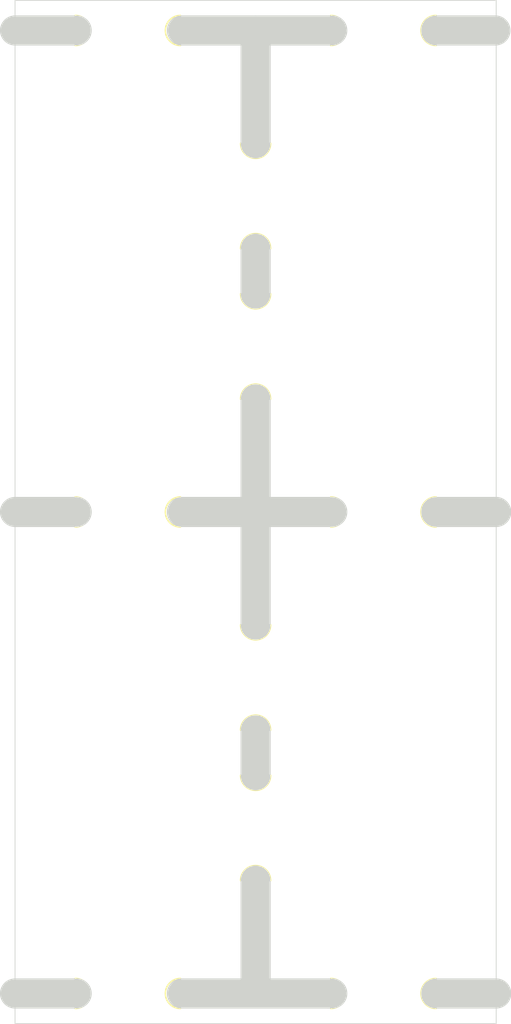
<source format=kicad_pcb>
(kicad_pcb (version 20171130) (host pcbnew "(5.1.2)-1")

  (general
    (thickness 1.6)
    (drawings 34)
    (tracks 0)
    (zones 0)
    (modules 10)
    (nets 1)
  )

  (page A4)
  (layers
    (0 F.Cu signal)
    (31 B.Cu signal)
    (32 B.Adhes user)
    (33 F.Adhes user)
    (34 B.Paste user)
    (35 F.Paste user)
    (36 B.SilkS user)
    (37 F.SilkS user)
    (38 B.Mask user)
    (39 F.Mask user)
    (40 Dwgs.User user)
    (41 Cmts.User user)
    (42 Eco1.User user)
    (43 Eco2.User user)
    (44 Edge.Cuts user)
    (45 Margin user)
    (46 B.CrtYd user)
    (47 F.CrtYd user)
    (48 B.Fab user)
    (49 F.Fab user)
  )

  (setup
    (last_trace_width 0.25)
    (trace_clearance 0.2)
    (zone_clearance 0.508)
    (zone_45_only no)
    (trace_min 0.2)
    (via_size 0.8)
    (via_drill 0.4)
    (via_min_size 0.4)
    (via_min_drill 0.3)
    (uvia_size 0.3)
    (uvia_drill 0.1)
    (uvias_allowed no)
    (uvia_min_size 0.2)
    (uvia_min_drill 0.1)
    (edge_width 0.05)
    (segment_width 0.2)
    (pcb_text_width 0.3)
    (pcb_text_size 1.5 1.5)
    (mod_edge_width 0.12)
    (mod_text_size 1 1)
    (mod_text_width 0.15)
    (pad_size 1.524 1.524)
    (pad_drill 0.762)
    (pad_to_mask_clearance 0.051)
    (solder_mask_min_width 0.25)
    (aux_axis_origin 0 0)
    (grid_origin 40 72)
    (visible_elements 7FFFFFFF)
    (pcbplotparams
      (layerselection 0x010fc_ffffffff)
      (usegerberextensions false)
      (usegerberattributes false)
      (usegerberadvancedattributes false)
      (creategerberjobfile false)
      (excludeedgelayer true)
      (linewidth 0.100000)
      (plotframeref false)
      (viasonmask false)
      (mode 1)
      (useauxorigin false)
      (hpglpennumber 1)
      (hpglpenspeed 20)
      (hpglpendiameter 15.000000)
      (psnegative false)
      (psa4output false)
      (plotreference true)
      (plotvalue true)
      (plotinvisibletext false)
      (padsonsilk false)
      (subtractmaskfromsilk false)
      (outputformat 1)
      (mirror false)
      (drillshape 1)
      (scaleselection 1)
      (outputdirectory ""))
  )

  (net 0 "")

  (net_class Default "This is the default net class."
    (clearance 0.2)
    (trace_width 0.25)
    (via_dia 0.8)
    (via_drill 0.4)
    (uvia_dia 0.3)
    (uvia_drill 0.1)
  )

  (module panel:mouse-bite-2mm-slot (layer F.Cu) (tedit 5E7CC324) (tstamp 5E77B89F)
    (at 64.5 103 180)
    (fp_text reference mouse-bite-2mm-slot (at 0 -2) (layer F.SilkS) hide
      (effects (font (size 1 1) (thickness 0.2)))
    )
    (fp_text value VAL** (at 0 2.1) (layer F.SilkS) hide
      (effects (font (size 1 1) (thickness 0.2)))
    )
    (fp_line (start 3.5 0) (end 3.5 0) (layer Eco1.User) (width 2))
    (fp_line (start -3.5 0) (end -3.5 0) (layer Eco1.User) (width 2))
    (fp_circle (center -3.5 0) (end -3.44 0) (layer Dwgs.User) (width 0.05))
    (fp_circle (center 3.5 0) (end 3.56 0) (layer Dwgs.User) (width 0.05))
    (fp_arc (start 3.5 0) (end 3.5 1) (angle 180) (layer F.SilkS) (width 0.1))
    (fp_arc (start -3.5 0) (end -3.5 -1) (angle 180) (layer F.SilkS) (width 0.1))
    (pad "" np_thru_hole circle (at 2.2 -0.75 180) (size 0.5 0.5) (drill 0.5) (layers *.Cu *.Mask))
    (pad "" np_thru_hole circle (at 2.2 0.75 180) (size 0.5 0.5) (drill 0.5) (layers *.Cu *.Mask))
    (pad "" np_thru_hole circle (at -2.2 0.75 180) (size 0.5 0.5) (drill 0.5) (layers *.Cu *.Mask))
    (pad "" np_thru_hole circle (at -2.2 -0.7 180) (size 0.5 0.5) (drill 0.5) (layers *.Cu *.Mask))
    (pad "" np_thru_hole circle (at 1.5 0.75 180) (size 0.5 0.5) (drill 0.5) (layers *.Cu *.Mask))
    (pad "" np_thru_hole circle (at 1.5 -0.75 180) (size 0.5 0.5) (drill 0.5) (layers *.Cu *.Mask))
    (pad "" np_thru_hole circle (at -1.5 -0.7 180) (size 0.5 0.5) (drill 0.5) (layers *.Cu *.Mask))
    (pad "" np_thru_hole circle (at -1.5 0.75 180) (size 0.5 0.5) (drill 0.5) (layers *.Cu *.Mask))
    (pad "" np_thru_hole circle (at 0.75 0.75 180) (size 0.5 0.5) (drill 0.5) (layers *.Cu *.Mask))
    (pad "" np_thru_hole circle (at -0.75 0.75 180) (size 0.5 0.5) (drill 0.5) (layers *.Cu *.Mask))
    (pad "" np_thru_hole circle (at -0.75 -0.75 180) (size 0.5 0.5) (drill 0.5) (layers *.Cu *.Mask))
    (pad "" np_thru_hole circle (at 0.75 -0.75 180) (size 0.5 0.5) (drill 0.5) (layers *.Cu *.Mask))
    (pad "" np_thru_hole circle (at 0 0.75 180) (size 0.5 0.5) (drill 0.5) (layers *.Cu *.Mask))
    (pad "" np_thru_hole circle (at 0 -0.75 180) (size 0.5 0.5) (drill 0.5) (layers *.Cu *.Mask))
  )

  (module panel:mouse-bite-2mm-slot (layer F.Cu) (tedit 5E7CC324) (tstamp 5E77B503)
    (at 47.5 39)
    (fp_text reference mouse-bite-2mm-slot (at 0 -2) (layer F.SilkS) hide
      (effects (font (size 1 1) (thickness 0.2)))
    )
    (fp_text value VAL** (at 0 2.1) (layer F.SilkS) hide
      (effects (font (size 1 1) (thickness 0.2)))
    )
    (fp_line (start 3.5 0) (end 3.5 0) (layer Eco1.User) (width 2))
    (fp_line (start -3.5 0) (end -3.5 0) (layer Eco1.User) (width 2))
    (fp_circle (center -3.5 0) (end -3.44 0) (layer Dwgs.User) (width 0.05))
    (fp_circle (center 3.5 0) (end 3.56 0) (layer Dwgs.User) (width 0.05))
    (fp_arc (start 3.5 0) (end 3.5 1) (angle 180) (layer F.SilkS) (width 0.1))
    (fp_arc (start -3.5 0) (end -3.5 -1) (angle 180) (layer F.SilkS) (width 0.1))
    (pad "" np_thru_hole circle (at 2.2 -0.75) (size 0.5 0.5) (drill 0.5) (layers *.Cu *.Mask))
    (pad "" np_thru_hole circle (at 2.2 0.75) (size 0.5 0.5) (drill 0.5) (layers *.Cu *.Mask))
    (pad "" np_thru_hole circle (at -2.2 0.75) (size 0.5 0.5) (drill 0.5) (layers *.Cu *.Mask))
    (pad "" np_thru_hole circle (at -2.2 -0.7) (size 0.5 0.5) (drill 0.5) (layers *.Cu *.Mask))
    (pad "" np_thru_hole circle (at 1.5 0.75) (size 0.5 0.5) (drill 0.5) (layers *.Cu *.Mask))
    (pad "" np_thru_hole circle (at 1.5 -0.75) (size 0.5 0.5) (drill 0.5) (layers *.Cu *.Mask))
    (pad "" np_thru_hole circle (at -1.5 -0.7) (size 0.5 0.5) (drill 0.5) (layers *.Cu *.Mask))
    (pad "" np_thru_hole circle (at -1.5 0.75) (size 0.5 0.5) (drill 0.5) (layers *.Cu *.Mask))
    (pad "" np_thru_hole circle (at 0.75 0.75) (size 0.5 0.5) (drill 0.5) (layers *.Cu *.Mask))
    (pad "" np_thru_hole circle (at -0.75 0.75) (size 0.5 0.5) (drill 0.5) (layers *.Cu *.Mask))
    (pad "" np_thru_hole circle (at -0.75 -0.75) (size 0.5 0.5) (drill 0.5) (layers *.Cu *.Mask))
    (pad "" np_thru_hole circle (at 0.75 -0.75) (size 0.5 0.5) (drill 0.5) (layers *.Cu *.Mask))
    (pad "" np_thru_hole circle (at 0 0.75) (size 0.5 0.5) (drill 0.5) (layers *.Cu *.Mask))
    (pad "" np_thru_hole circle (at 0 -0.75) (size 0.5 0.5) (drill 0.5) (layers *.Cu *.Mask))
  )

  (module panel:mouse-bite-2mm-slot (layer F.Cu) (tedit 5E7CC324) (tstamp 5E77B49A)
    (at 47.5 103 180)
    (fp_text reference mouse-bite-2mm-slot (at 0 -2) (layer F.SilkS) hide
      (effects (font (size 1 1) (thickness 0.2)))
    )
    (fp_text value VAL** (at 0 2.1) (layer F.SilkS) hide
      (effects (font (size 1 1) (thickness 0.2)))
    )
    (fp_line (start 3.5 0) (end 3.5 0) (layer Eco1.User) (width 2))
    (fp_line (start -3.5 0) (end -3.5 0) (layer Eco1.User) (width 2))
    (fp_circle (center -3.5 0) (end -3.44 0) (layer Dwgs.User) (width 0.05))
    (fp_circle (center 3.5 0) (end 3.56 0) (layer Dwgs.User) (width 0.05))
    (fp_arc (start 3.5 0) (end 3.5 1) (angle 180) (layer F.SilkS) (width 0.1))
    (fp_arc (start -3.5 0) (end -3.5 -1) (angle 180) (layer F.SilkS) (width 0.1))
    (pad "" np_thru_hole circle (at 2.2 -0.75 180) (size 0.5 0.5) (drill 0.5) (layers *.Cu *.Mask))
    (pad "" np_thru_hole circle (at 2.2 0.75 180) (size 0.5 0.5) (drill 0.5) (layers *.Cu *.Mask))
    (pad "" np_thru_hole circle (at -2.2 0.75 180) (size 0.5 0.5) (drill 0.5) (layers *.Cu *.Mask))
    (pad "" np_thru_hole circle (at -2.2 -0.7 180) (size 0.5 0.5) (drill 0.5) (layers *.Cu *.Mask))
    (pad "" np_thru_hole circle (at 1.5 0.75 180) (size 0.5 0.5) (drill 0.5) (layers *.Cu *.Mask))
    (pad "" np_thru_hole circle (at 1.5 -0.75 180) (size 0.5 0.5) (drill 0.5) (layers *.Cu *.Mask))
    (pad "" np_thru_hole circle (at -1.5 -0.7 180) (size 0.5 0.5) (drill 0.5) (layers *.Cu *.Mask))
    (pad "" np_thru_hole circle (at -1.5 0.75 180) (size 0.5 0.5) (drill 0.5) (layers *.Cu *.Mask))
    (pad "" np_thru_hole circle (at 0.75 0.75 180) (size 0.5 0.5) (drill 0.5) (layers *.Cu *.Mask))
    (pad "" np_thru_hole circle (at -0.75 0.75 180) (size 0.5 0.5) (drill 0.5) (layers *.Cu *.Mask))
    (pad "" np_thru_hole circle (at -0.75 -0.75 180) (size 0.5 0.5) (drill 0.5) (layers *.Cu *.Mask))
    (pad "" np_thru_hole circle (at 0.75 -0.75 180) (size 0.5 0.5) (drill 0.5) (layers *.Cu *.Mask))
    (pad "" np_thru_hole circle (at 0 0.75 180) (size 0.5 0.5) (drill 0.5) (layers *.Cu *.Mask))
    (pad "" np_thru_hole circle (at 0 -0.75 180) (size 0.5 0.5) (drill 0.5) (layers *.Cu *.Mask))
  )

  (module panel:mouse-bite-2mm-slot (layer F.Cu) (tedit 5E7CC324) (tstamp 5E77B84C)
    (at 64.5 39 180)
    (fp_text reference mouse-bite-2mm-slot (at 0 -2) (layer F.SilkS) hide
      (effects (font (size 1 1) (thickness 0.2)))
    )
    (fp_text value VAL** (at 0 2.1) (layer F.SilkS) hide
      (effects (font (size 1 1) (thickness 0.2)))
    )
    (fp_line (start 3.5 0) (end 3.5 0) (layer Eco1.User) (width 2))
    (fp_line (start -3.5 0) (end -3.5 0) (layer Eco1.User) (width 2))
    (fp_circle (center -3.5 0) (end -3.44 0) (layer Dwgs.User) (width 0.05))
    (fp_circle (center 3.5 0) (end 3.56 0) (layer Dwgs.User) (width 0.05))
    (fp_arc (start 3.5 0) (end 3.5 1) (angle 180) (layer F.SilkS) (width 0.1))
    (fp_arc (start -3.5 0) (end -3.5 -1) (angle 180) (layer F.SilkS) (width 0.1))
    (pad "" np_thru_hole circle (at 2.2 -0.75 180) (size 0.5 0.5) (drill 0.5) (layers *.Cu *.Mask))
    (pad "" np_thru_hole circle (at 2.2 0.75 180) (size 0.5 0.5) (drill 0.5) (layers *.Cu *.Mask))
    (pad "" np_thru_hole circle (at -2.2 0.75 180) (size 0.5 0.5) (drill 0.5) (layers *.Cu *.Mask))
    (pad "" np_thru_hole circle (at -2.2 -0.7 180) (size 0.5 0.5) (drill 0.5) (layers *.Cu *.Mask))
    (pad "" np_thru_hole circle (at 1.5 0.75 180) (size 0.5 0.5) (drill 0.5) (layers *.Cu *.Mask))
    (pad "" np_thru_hole circle (at 1.5 -0.75 180) (size 0.5 0.5) (drill 0.5) (layers *.Cu *.Mask))
    (pad "" np_thru_hole circle (at -1.5 -0.7 180) (size 0.5 0.5) (drill 0.5) (layers *.Cu *.Mask))
    (pad "" np_thru_hole circle (at -1.5 0.75 180) (size 0.5 0.5) (drill 0.5) (layers *.Cu *.Mask))
    (pad "" np_thru_hole circle (at 0.75 0.75 180) (size 0.5 0.5) (drill 0.5) (layers *.Cu *.Mask))
    (pad "" np_thru_hole circle (at -0.75 0.75 180) (size 0.5 0.5) (drill 0.5) (layers *.Cu *.Mask))
    (pad "" np_thru_hole circle (at -0.75 -0.75 180) (size 0.5 0.5) (drill 0.5) (layers *.Cu *.Mask))
    (pad "" np_thru_hole circle (at 0.75 -0.75 180) (size 0.5 0.5) (drill 0.5) (layers *.Cu *.Mask))
    (pad "" np_thru_hole circle (at 0 0.75 180) (size 0.5 0.5) (drill 0.5) (layers *.Cu *.Mask))
    (pad "" np_thru_hole circle (at 0 -0.75 180) (size 0.5 0.5) (drill 0.5) (layers *.Cu *.Mask))
  )

  (module panel:mouse-bite-2mm-slot (layer F.Cu) (tedit 5E7CC324) (tstamp 5E77B29C)
    (at 56 50 90)
    (fp_text reference mouse-bite-2mm-slot (at 0 -2 90) (layer F.SilkS) hide
      (effects (font (size 1 1) (thickness 0.2)))
    )
    (fp_text value VAL** (at 0 2.1 90) (layer F.SilkS) hide
      (effects (font (size 1 1) (thickness 0.2)))
    )
    (fp_line (start 3.5 0) (end 3.5 0) (layer Eco1.User) (width 2))
    (fp_line (start -3.5 0) (end -3.5 0) (layer Eco1.User) (width 2))
    (fp_circle (center -3.5 0) (end -3.44 0) (layer Dwgs.User) (width 0.05))
    (fp_circle (center 3.5 0) (end 3.56 0) (layer Dwgs.User) (width 0.05))
    (fp_arc (start 3.5 0) (end 3.5 1) (angle 180) (layer F.SilkS) (width 0.1))
    (fp_arc (start -3.5 0) (end -3.5 -1) (angle 180) (layer F.SilkS) (width 0.1))
    (pad "" np_thru_hole circle (at 2.2 -0.75 90) (size 0.5 0.5) (drill 0.5) (layers *.Cu *.Mask))
    (pad "" np_thru_hole circle (at 2.2 0.75 90) (size 0.5 0.5) (drill 0.5) (layers *.Cu *.Mask))
    (pad "" np_thru_hole circle (at -2.2 0.75 90) (size 0.5 0.5) (drill 0.5) (layers *.Cu *.Mask))
    (pad "" np_thru_hole circle (at -2.2 -0.7 90) (size 0.5 0.5) (drill 0.5) (layers *.Cu *.Mask))
    (pad "" np_thru_hole circle (at 1.5 0.75 90) (size 0.5 0.5) (drill 0.5) (layers *.Cu *.Mask))
    (pad "" np_thru_hole circle (at 1.5 -0.75 90) (size 0.5 0.5) (drill 0.5) (layers *.Cu *.Mask))
    (pad "" np_thru_hole circle (at -1.5 -0.7 90) (size 0.5 0.5) (drill 0.5) (layers *.Cu *.Mask))
    (pad "" np_thru_hole circle (at -1.5 0.75 90) (size 0.5 0.5) (drill 0.5) (layers *.Cu *.Mask))
    (pad "" np_thru_hole circle (at 0.75 0.75 90) (size 0.5 0.5) (drill 0.5) (layers *.Cu *.Mask))
    (pad "" np_thru_hole circle (at -0.75 0.75 90) (size 0.5 0.5) (drill 0.5) (layers *.Cu *.Mask))
    (pad "" np_thru_hole circle (at -0.75 -0.75 90) (size 0.5 0.5) (drill 0.5) (layers *.Cu *.Mask))
    (pad "" np_thru_hole circle (at 0.75 -0.75 90) (size 0.5 0.5) (drill 0.5) (layers *.Cu *.Mask))
    (pad "" np_thru_hole circle (at 0 0.75 90) (size 0.5 0.5) (drill 0.5) (layers *.Cu *.Mask))
    (pad "" np_thru_hole circle (at 0 -0.75 90) (size 0.5 0.5) (drill 0.5) (layers *.Cu *.Mask))
  )

  (module panel:mouse-bite-2mm-slot (layer F.Cu) (tedit 5E7CC324) (tstamp 5E77B23E)
    (at 56 60 90)
    (fp_text reference mouse-bite-2mm-slot (at 0 -2 90) (layer F.SilkS) hide
      (effects (font (size 1 1) (thickness 0.2)))
    )
    (fp_text value VAL** (at 0 2.1 90) (layer F.SilkS) hide
      (effects (font (size 1 1) (thickness 0.2)))
    )
    (fp_line (start 3.5 0) (end 3.5 0) (layer Eco1.User) (width 2))
    (fp_line (start -3.5 0) (end -3.5 0) (layer Eco1.User) (width 2))
    (fp_circle (center -3.5 0) (end -3.44 0) (layer Dwgs.User) (width 0.05))
    (fp_circle (center 3.5 0) (end 3.56 0) (layer Dwgs.User) (width 0.05))
    (fp_arc (start 3.5 0) (end 3.5 1) (angle 180) (layer F.SilkS) (width 0.1))
    (fp_arc (start -3.5 0) (end -3.5 -1) (angle 180) (layer F.SilkS) (width 0.1))
    (pad "" np_thru_hole circle (at 2.2 -0.75 90) (size 0.5 0.5) (drill 0.5) (layers *.Cu *.Mask))
    (pad "" np_thru_hole circle (at 2.2 0.75 90) (size 0.5 0.5) (drill 0.5) (layers *.Cu *.Mask))
    (pad "" np_thru_hole circle (at -2.2 0.75 90) (size 0.5 0.5) (drill 0.5) (layers *.Cu *.Mask))
    (pad "" np_thru_hole circle (at -2.2 -0.7 90) (size 0.5 0.5) (drill 0.5) (layers *.Cu *.Mask))
    (pad "" np_thru_hole circle (at 1.5 0.75 90) (size 0.5 0.5) (drill 0.5) (layers *.Cu *.Mask))
    (pad "" np_thru_hole circle (at 1.5 -0.75 90) (size 0.5 0.5) (drill 0.5) (layers *.Cu *.Mask))
    (pad "" np_thru_hole circle (at -1.5 -0.7 90) (size 0.5 0.5) (drill 0.5) (layers *.Cu *.Mask))
    (pad "" np_thru_hole circle (at -1.5 0.75 90) (size 0.5 0.5) (drill 0.5) (layers *.Cu *.Mask))
    (pad "" np_thru_hole circle (at 0.75 0.75 90) (size 0.5 0.5) (drill 0.5) (layers *.Cu *.Mask))
    (pad "" np_thru_hole circle (at -0.75 0.75 90) (size 0.5 0.5) (drill 0.5) (layers *.Cu *.Mask))
    (pad "" np_thru_hole circle (at -0.75 -0.75 90) (size 0.5 0.5) (drill 0.5) (layers *.Cu *.Mask))
    (pad "" np_thru_hole circle (at 0.75 -0.75 90) (size 0.5 0.5) (drill 0.5) (layers *.Cu *.Mask))
    (pad "" np_thru_hole circle (at 0 0.75 90) (size 0.5 0.5) (drill 0.5) (layers *.Cu *.Mask))
    (pad "" np_thru_hole circle (at 0 -0.75 90) (size 0.5 0.5) (drill 0.5) (layers *.Cu *.Mask))
  )

  (module panel:mouse-bite-2mm-slot (layer F.Cu) (tedit 5E7CC324) (tstamp 5E779CFF)
    (at 56 92 90)
    (fp_text reference mouse-bite-2mm-slot (at 0 -2 90) (layer F.SilkS) hide
      (effects (font (size 1 1) (thickness 0.2)))
    )
    (fp_text value VAL** (at 0 2.1 90) (layer F.SilkS) hide
      (effects (font (size 1 1) (thickness 0.2)))
    )
    (fp_line (start 3.5 0) (end 3.5 0) (layer Eco1.User) (width 2))
    (fp_line (start -3.5 0) (end -3.5 0) (layer Eco1.User) (width 2))
    (fp_circle (center -3.5 0) (end -3.44 0) (layer Dwgs.User) (width 0.05))
    (fp_circle (center 3.5 0) (end 3.56 0) (layer Dwgs.User) (width 0.05))
    (fp_arc (start 3.5 0) (end 3.5 1) (angle 180) (layer F.SilkS) (width 0.1))
    (fp_arc (start -3.5 0) (end -3.5 -1) (angle 180) (layer F.SilkS) (width 0.1))
    (pad "" np_thru_hole circle (at 2.2 -0.75 90) (size 0.5 0.5) (drill 0.5) (layers *.Cu *.Mask))
    (pad "" np_thru_hole circle (at 2.2 0.75 90) (size 0.5 0.5) (drill 0.5) (layers *.Cu *.Mask))
    (pad "" np_thru_hole circle (at -2.2 0.75 90) (size 0.5 0.5) (drill 0.5) (layers *.Cu *.Mask))
    (pad "" np_thru_hole circle (at -2.2 -0.7 90) (size 0.5 0.5) (drill 0.5) (layers *.Cu *.Mask))
    (pad "" np_thru_hole circle (at 1.5 0.75 90) (size 0.5 0.5) (drill 0.5) (layers *.Cu *.Mask))
    (pad "" np_thru_hole circle (at 1.5 -0.75 90) (size 0.5 0.5) (drill 0.5) (layers *.Cu *.Mask))
    (pad "" np_thru_hole circle (at -1.5 -0.7 90) (size 0.5 0.5) (drill 0.5) (layers *.Cu *.Mask))
    (pad "" np_thru_hole circle (at -1.5 0.75 90) (size 0.5 0.5) (drill 0.5) (layers *.Cu *.Mask))
    (pad "" np_thru_hole circle (at 0.75 0.75 90) (size 0.5 0.5) (drill 0.5) (layers *.Cu *.Mask))
    (pad "" np_thru_hole circle (at -0.75 0.75 90) (size 0.5 0.5) (drill 0.5) (layers *.Cu *.Mask))
    (pad "" np_thru_hole circle (at -0.75 -0.75 90) (size 0.5 0.5) (drill 0.5) (layers *.Cu *.Mask))
    (pad "" np_thru_hole circle (at 0.75 -0.75 90) (size 0.5 0.5) (drill 0.5) (layers *.Cu *.Mask))
    (pad "" np_thru_hole circle (at 0 0.75 90) (size 0.5 0.5) (drill 0.5) (layers *.Cu *.Mask))
    (pad "" np_thru_hole circle (at 0 -0.75 90) (size 0.5 0.5) (drill 0.5) (layers *.Cu *.Mask))
  )

  (module panel:mouse-bite-2mm-slot (layer F.Cu) (tedit 5E7CC324) (tstamp 5E779C97)
    (at 56 82 90)
    (fp_text reference mouse-bite-2mm-slot (at 0 -2 90) (layer F.SilkS) hide
      (effects (font (size 1 1) (thickness 0.2)))
    )
    (fp_text value VAL** (at 0 2.1 90) (layer F.SilkS) hide
      (effects (font (size 1 1) (thickness 0.2)))
    )
    (fp_line (start 3.5 0) (end 3.5 0) (layer Eco1.User) (width 2))
    (fp_line (start -3.5 0) (end -3.5 0) (layer Eco1.User) (width 2))
    (fp_circle (center -3.5 0) (end -3.44 0) (layer Dwgs.User) (width 0.05))
    (fp_circle (center 3.5 0) (end 3.56 0) (layer Dwgs.User) (width 0.05))
    (fp_arc (start 3.5 0) (end 3.5 1) (angle 180) (layer F.SilkS) (width 0.1))
    (fp_arc (start -3.5 0) (end -3.5 -1) (angle 180) (layer F.SilkS) (width 0.1))
    (pad "" np_thru_hole circle (at 2.2 -0.75 90) (size 0.5 0.5) (drill 0.5) (layers *.Cu *.Mask))
    (pad "" np_thru_hole circle (at 2.2 0.75 90) (size 0.5 0.5) (drill 0.5) (layers *.Cu *.Mask))
    (pad "" np_thru_hole circle (at -2.2 0.75 90) (size 0.5 0.5) (drill 0.5) (layers *.Cu *.Mask))
    (pad "" np_thru_hole circle (at -2.2 -0.7 90) (size 0.5 0.5) (drill 0.5) (layers *.Cu *.Mask))
    (pad "" np_thru_hole circle (at 1.5 0.75 90) (size 0.5 0.5) (drill 0.5) (layers *.Cu *.Mask))
    (pad "" np_thru_hole circle (at 1.5 -0.75 90) (size 0.5 0.5) (drill 0.5) (layers *.Cu *.Mask))
    (pad "" np_thru_hole circle (at -1.5 -0.7 90) (size 0.5 0.5) (drill 0.5) (layers *.Cu *.Mask))
    (pad "" np_thru_hole circle (at -1.5 0.75 90) (size 0.5 0.5) (drill 0.5) (layers *.Cu *.Mask))
    (pad "" np_thru_hole circle (at 0.75 0.75 90) (size 0.5 0.5) (drill 0.5) (layers *.Cu *.Mask))
    (pad "" np_thru_hole circle (at -0.75 0.75 90) (size 0.5 0.5) (drill 0.5) (layers *.Cu *.Mask))
    (pad "" np_thru_hole circle (at -0.75 -0.75 90) (size 0.5 0.5) (drill 0.5) (layers *.Cu *.Mask))
    (pad "" np_thru_hole circle (at 0.75 -0.75 90) (size 0.5 0.5) (drill 0.5) (layers *.Cu *.Mask))
    (pad "" np_thru_hole circle (at 0 0.75 90) (size 0.5 0.5) (drill 0.5) (layers *.Cu *.Mask))
    (pad "" np_thru_hole circle (at 0 -0.75 90) (size 0.5 0.5) (drill 0.5) (layers *.Cu *.Mask))
  )

  (module panel:mouse-bite-2mm-slot (layer F.Cu) (tedit 5E7CC324) (tstamp 5E779BDA)
    (at 64.5 71)
    (fp_text reference mouse-bite-2mm-slot (at 0 -2) (layer F.SilkS) hide
      (effects (font (size 1 1) (thickness 0.2)))
    )
    (fp_text value VAL** (at 0 2.1) (layer F.SilkS) hide
      (effects (font (size 1 1) (thickness 0.2)))
    )
    (fp_line (start 3.5 0) (end 3.5 0) (layer Eco1.User) (width 2))
    (fp_line (start -3.5 0) (end -3.5 0) (layer Eco1.User) (width 2))
    (fp_circle (center -3.5 0) (end -3.44 0) (layer Dwgs.User) (width 0.05))
    (fp_circle (center 3.5 0) (end 3.56 0) (layer Dwgs.User) (width 0.05))
    (fp_arc (start 3.5 0) (end 3.5 1) (angle 180) (layer F.SilkS) (width 0.1))
    (fp_arc (start -3.5 0) (end -3.5 -1) (angle 180) (layer F.SilkS) (width 0.1))
    (pad "" np_thru_hole circle (at 2.2 -0.75) (size 0.5 0.5) (drill 0.5) (layers *.Cu *.Mask))
    (pad "" np_thru_hole circle (at 2.2 0.75) (size 0.5 0.5) (drill 0.5) (layers *.Cu *.Mask))
    (pad "" np_thru_hole circle (at -2.2 0.75) (size 0.5 0.5) (drill 0.5) (layers *.Cu *.Mask))
    (pad "" np_thru_hole circle (at -2.2 -0.7) (size 0.5 0.5) (drill 0.5) (layers *.Cu *.Mask))
    (pad "" np_thru_hole circle (at 1.5 0.75) (size 0.5 0.5) (drill 0.5) (layers *.Cu *.Mask))
    (pad "" np_thru_hole circle (at 1.5 -0.75) (size 0.5 0.5) (drill 0.5) (layers *.Cu *.Mask))
    (pad "" np_thru_hole circle (at -1.5 -0.7) (size 0.5 0.5) (drill 0.5) (layers *.Cu *.Mask))
    (pad "" np_thru_hole circle (at -1.5 0.75) (size 0.5 0.5) (drill 0.5) (layers *.Cu *.Mask))
    (pad "" np_thru_hole circle (at 0.75 0.75) (size 0.5 0.5) (drill 0.5) (layers *.Cu *.Mask))
    (pad "" np_thru_hole circle (at -0.75 0.75) (size 0.5 0.5) (drill 0.5) (layers *.Cu *.Mask))
    (pad "" np_thru_hole circle (at -0.75 -0.75) (size 0.5 0.5) (drill 0.5) (layers *.Cu *.Mask))
    (pad "" np_thru_hole circle (at 0.75 -0.75) (size 0.5 0.5) (drill 0.5) (layers *.Cu *.Mask))
    (pad "" np_thru_hole circle (at 0 0.75) (size 0.5 0.5) (drill 0.5) (layers *.Cu *.Mask))
    (pad "" np_thru_hole circle (at 0 -0.75) (size 0.5 0.5) (drill 0.5) (layers *.Cu *.Mask))
  )

  (module panel:mouse-bite-2mm-slot (layer F.Cu) (tedit 5E7CC324) (tstamp 5E777942)
    (at 47.5 71)
    (fp_text reference mouse-bite-2mm-slot (at 0 -2) (layer F.SilkS) hide
      (effects (font (size 1 1) (thickness 0.2)))
    )
    (fp_text value VAL** (at 0 2.1) (layer F.SilkS) hide
      (effects (font (size 1 1) (thickness 0.2)))
    )
    (fp_line (start 3.5 0) (end 3.5 0) (layer Eco1.User) (width 2))
    (fp_line (start -3.5 0) (end -3.5 0) (layer Eco1.User) (width 2))
    (fp_circle (center -3.5 0) (end -3.44 0) (layer Dwgs.User) (width 0.05))
    (fp_circle (center 3.5 0) (end 3.56 0) (layer Dwgs.User) (width 0.05))
    (fp_arc (start 3.5 0) (end 3.5 1) (angle 180) (layer F.SilkS) (width 0.1))
    (fp_arc (start -3.5 0) (end -3.5 -1) (angle 180) (layer F.SilkS) (width 0.1))
    (pad "" np_thru_hole circle (at 2.2 -0.75) (size 0.5 0.5) (drill 0.5) (layers *.Cu *.Mask))
    (pad "" np_thru_hole circle (at 2.2 0.75) (size 0.5 0.5) (drill 0.5) (layers *.Cu *.Mask))
    (pad "" np_thru_hole circle (at -2.2 0.75) (size 0.5 0.5) (drill 0.5) (layers *.Cu *.Mask))
    (pad "" np_thru_hole circle (at -2.2 -0.7) (size 0.5 0.5) (drill 0.5) (layers *.Cu *.Mask))
    (pad "" np_thru_hole circle (at 1.5 0.75) (size 0.5 0.5) (drill 0.5) (layers *.Cu *.Mask))
    (pad "" np_thru_hole circle (at 1.5 -0.75) (size 0.5 0.5) (drill 0.5) (layers *.Cu *.Mask))
    (pad "" np_thru_hole circle (at -1.5 -0.7) (size 0.5 0.5) (drill 0.5) (layers *.Cu *.Mask))
    (pad "" np_thru_hole circle (at -1.5 0.75) (size 0.5 0.5) (drill 0.5) (layers *.Cu *.Mask))
    (pad "" np_thru_hole circle (at 0.75 0.75) (size 0.5 0.5) (drill 0.5) (layers *.Cu *.Mask))
    (pad "" np_thru_hole circle (at -0.75 0.75) (size 0.5 0.5) (drill 0.5) (layers *.Cu *.Mask))
    (pad "" np_thru_hole circle (at -0.75 -0.75) (size 0.5 0.5) (drill 0.5) (layers *.Cu *.Mask))
    (pad "" np_thru_hole circle (at 0.75 -0.75) (size 0.5 0.5) (drill 0.5) (layers *.Cu *.Mask))
    (pad "" np_thru_hole circle (at 0 0.75) (size 0.5 0.5) (drill 0.5) (layers *.Cu *.Mask))
    (pad "" np_thru_hole circle (at 0 -0.75) (size 0.5 0.5) (drill 0.5) (layers *.Cu *.Mask))
  )

  (gr_line (start 40 105) (end 40 37) (layer Edge.Cuts) (width 0.05) (tstamp 5E77BD33))
  (gr_line (start 72 105) (end 40 105) (layer Edge.Cuts) (width 0.05))
  (gr_line (start 72 37) (end 72 105) (layer Edge.Cuts) (width 0.05))
  (gr_line (start 40 37) (end 72 37) (layer Edge.Cuts) (width 0.05))
  (gr_line (start 68 103) (end 72 103) (layer Edge.Cuts) (width 2))
  (gr_line (start 44.1 103) (end 40 103) (layer Edge.Cuts) (width 2))
  (gr_line (start 56 46.5) (end 56 39) (layer Edge.Cuts) (width 2))
  (gr_line (start 44.1 39) (end 40 39) (layer Edge.Cuts) (width 2))
  (gr_line (start 68 39) (end 71.95 39) (layer Edge.Cuts) (width 2))
  (gr_line (start 51.1 39) (end 61.1 39) (layer Edge.Cuts) (width 2))
  (gr_line (start 56 53.5) (end 56 56.5) (layer Edge.Cuts) (width 2))
  (gr_line (start 51.1 103) (end 61.1 103) (layer Edge.Cuts) (width 2))
  (gr_line (start 56 95.5) (end 56 103) (layer Edge.Cuts) (width 2))
  (gr_line (start 56 85.5) (end 56 88.5) (layer Edge.Cuts) (width 2))
  (gr_line (start 44.1 71) (end 40 71) (layer Edge.Cuts) (width 2))
  (gr_line (start 68 71) (end 72 71) (layer Edge.Cuts) (width 2))
  (gr_line (start 56 63.5) (end 56 78.5) (layer Edge.Cuts) (width 2))
  (gr_line (start 51.1 71) (end 61.1 71) (layer Edge.Cuts) (width 2))
  (gr_line (start 72 72) (end 72 102) (layer Dwgs.User) (width 0.15) (tstamp 5E7773B1))
  (gr_line (start 55 72) (end 55 102) (layer Dwgs.User) (width 0.15) (tstamp 5E7773AF))
  (gr_line (start 72 40) (end 72 70) (layer Dwgs.User) (width 0.15) (tstamp 5E7773AD))
  (gr_line (start 57 72) (end 72 72) (layer Dwgs.User) (width 0.15) (tstamp 5E7773AA))
  (gr_line (start 40 72) (end 55 72) (layer Dwgs.User) (width 0.15) (tstamp 5E7773A8))
  (gr_line (start 57 40) (end 72 40) (layer Dwgs.User) (width 0.15) (tstamp 5E7773A6))
  (gr_line (start 57 102) (end 57 72) (layer Dwgs.User) (width 0.15) (tstamp 5E7773A3))
  (gr_line (start 40 102) (end 40 72) (layer Dwgs.User) (width 0.15) (tstamp 5E7773A1))
  (gr_line (start 57 70) (end 57 40) (layer Dwgs.User) (width 0.15) (tstamp 5E77739F))
  (gr_line (start 72 102) (end 57 102) (layer Dwgs.User) (width 0.15) (tstamp 5E77739C))
  (gr_line (start 55 102) (end 40 102) (layer Dwgs.User) (width 0.15) (tstamp 5E77739A))
  (gr_line (start 72 70) (end 57 70) (layer Dwgs.User) (width 0.15) (tstamp 5E777398))
  (gr_line (start 40 70) (end 40 40) (layer Dwgs.User) (width 0.15) (tstamp 5E777363))
  (gr_line (start 55 70) (end 40 70) (layer Dwgs.User) (width 0.15))
  (gr_line (start 55 40) (end 55 70) (layer Dwgs.User) (width 0.15))
  (gr_line (start 40 40) (end 55 40) (layer Dwgs.User) (width 0.15))

)

</source>
